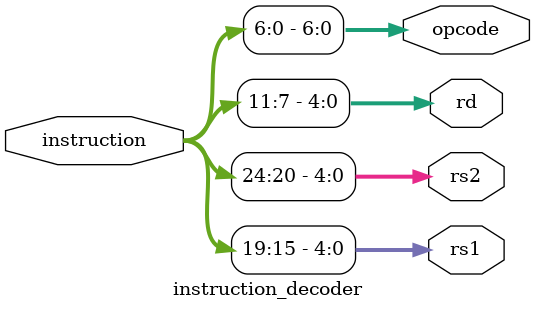
<source format=v>
module instruction_decoder (
  input [31:0] instruction,
  output [4:0] rs1, rs2, rd,
  output [6:0] opcode
);
  assign rs1 = instruction[19:15];
  assign rs2 = instruction[24:20];
  assign rd = instruction[11:7];
  assign opcode = instruction[6:0];
endmodule

</source>
